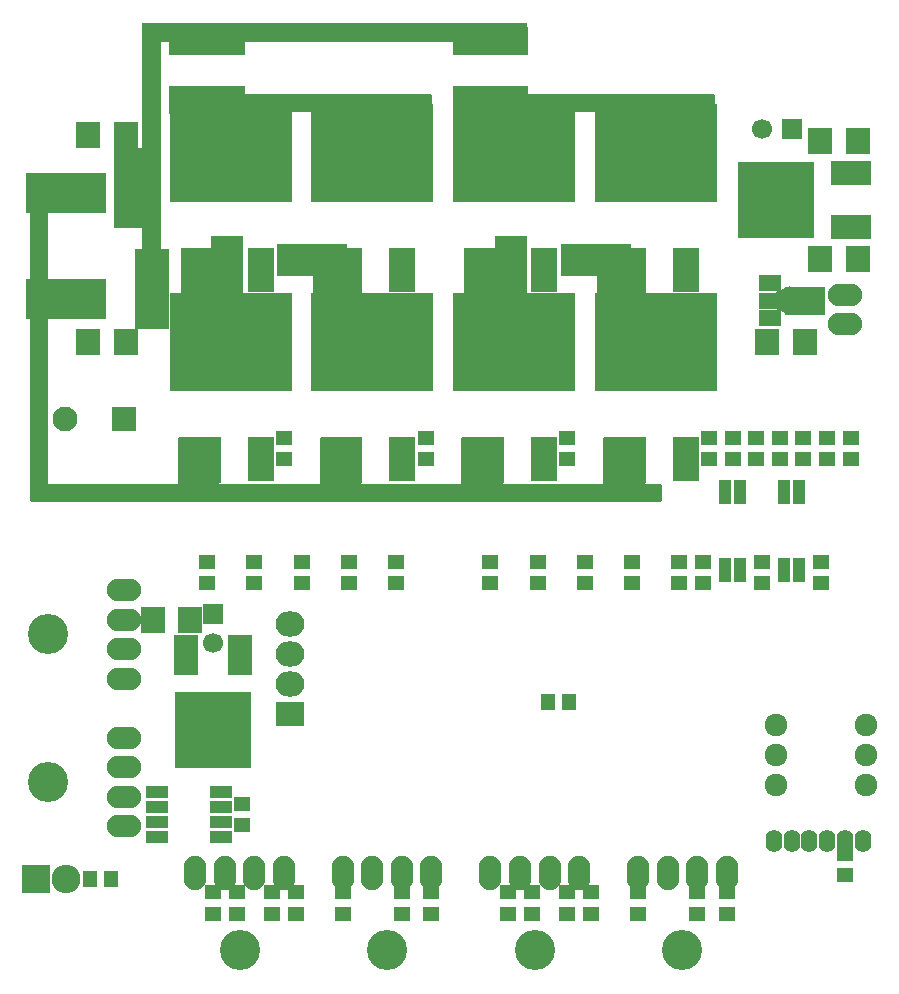
<source format=gbr>
G04 #@! TF.FileFunction,Soldermask,Bot*
%FSLAX46Y46*%
G04 Gerber Fmt 4.6, Leading zero omitted, Abs format (unit mm)*
G04 Created by KiCad (PCBNEW 4.0.6) date 05/02/17 10:19:31*
%MOMM*%
%LPD*%
G01*
G04 APERTURE LIST*
%ADD10C,0.100000*%
%ADD11C,1.700000*%
%ADD12R,1.700000X1.700000*%
%ADD13O,1.900000X2.900000*%
%ADD14C,3.400000*%
%ADD15O,2.900000X1.900000*%
%ADD16C,2.100000*%
%ADD17R,2.100000X2.100000*%
%ADD18R,1.950000X1.000000*%
%ADD19R,1.400000X1.200000*%
%ADD20R,3.448000X2.051000*%
%ADD21R,6.496000X6.496000*%
%ADD22R,2.432000X2.432000*%
%ADD23O,2.432000X2.432000*%
%ADD24R,2.000000X2.200000*%
%ADD25R,1.200000X1.400000*%
%ADD26O,1.400000X1.924000*%
%ADD27C,1.924000*%
%ADD28R,3.400000X6.900000*%
%ADD29R,6.851600X3.400000*%
%ADD30R,2.051000X3.448000*%
%ADD31R,1.901140X1.400760*%
%ADD32R,3.399740X2.398980*%
%ADD33R,3.400000X2.400000*%
%ADD34R,2.900000X6.900000*%
%ADD35R,2.200000X3.700000*%
%ADD36R,3.400000X3.900000*%
%ADD37R,10.400000X8.400000*%
%ADD38R,1.050000X2.100000*%
%ADD39R,2.432000X2.127200*%
%ADD40O,2.432000X2.127200*%
%ADD41R,2.800000X5.900000*%
%ADD42R,5.900000X2.800000*%
%ADD43C,0.026000*%
%ADD44C,0.254000*%
G04 APERTURE END LIST*
D10*
D11*
X63000000Y-9000000D03*
D12*
X65500000Y-9000000D03*
D13*
X52500000Y-72000000D03*
X55000000Y-72000000D03*
X57500000Y-72000000D03*
X60000000Y-72000000D03*
D14*
X56250000Y-78500000D03*
D13*
X15000000Y-72000000D03*
X17500000Y-72000000D03*
X20000000Y-72000000D03*
X22500000Y-72000000D03*
D14*
X18750000Y-78500000D03*
D15*
X9000000Y-60500000D03*
X9000000Y-63000000D03*
X9000000Y-65500000D03*
X9000000Y-68000000D03*
D14*
X2500000Y-64250000D03*
D16*
X4000000Y-33500000D03*
D17*
X9000000Y-33500000D03*
D18*
X17200000Y-65095000D03*
X17200000Y-66365000D03*
X17200000Y-67635000D03*
X17200000Y-68905000D03*
X11800000Y-68905000D03*
X11800000Y-67635000D03*
X11800000Y-66365000D03*
X11800000Y-65095000D03*
D19*
X20000000Y-47400000D03*
X20000000Y-45600000D03*
D20*
X70500000Y-12714000D03*
D21*
X64150000Y-15000000D03*
D20*
X70500000Y-17286000D03*
D11*
X16500000Y-52500000D03*
D12*
X16500000Y-50000000D03*
D22*
X1500000Y-72500000D03*
D23*
X4040000Y-72500000D03*
D24*
X71100000Y-10000000D03*
X67900000Y-10000000D03*
X71100000Y-20000000D03*
X67900000Y-20000000D03*
D19*
X28000000Y-45600000D03*
X28000000Y-47400000D03*
X52000000Y-45600000D03*
X52000000Y-47400000D03*
X40000000Y-45600000D03*
X40000000Y-47400000D03*
X70000000Y-70350000D03*
X70000000Y-72150000D03*
D25*
X46650000Y-57500000D03*
X44850000Y-57500000D03*
D19*
X32000000Y-47400000D03*
X32000000Y-45600000D03*
X56000000Y-47400000D03*
X56000000Y-45600000D03*
X44000000Y-47400000D03*
X44000000Y-45600000D03*
D25*
X7900000Y-72500000D03*
X6100000Y-72500000D03*
D19*
X34500000Y-35100000D03*
X34500000Y-36900000D03*
X22500000Y-35100000D03*
X22500000Y-36900000D03*
X58500000Y-35100000D03*
X58500000Y-36900000D03*
X46500000Y-35100000D03*
X46500000Y-36900000D03*
X19000000Y-66100000D03*
X19000000Y-67900000D03*
X48000000Y-45600000D03*
X48000000Y-47400000D03*
X32500000Y-75400000D03*
X32500000Y-73600000D03*
X35000000Y-75400000D03*
X35000000Y-73600000D03*
X57500000Y-75400000D03*
X57500000Y-73600000D03*
X60000000Y-75400000D03*
X60000000Y-73600000D03*
X16000000Y-45600000D03*
X16000000Y-47400000D03*
X24000000Y-45600000D03*
X24000000Y-47400000D03*
D26*
X71500000Y-69250000D03*
X70000000Y-69250000D03*
X68500000Y-69250000D03*
X67000000Y-69250000D03*
X65500000Y-69250000D03*
X64000000Y-69250000D03*
D27*
X71810000Y-64540000D03*
X71810000Y-62000000D03*
X71810000Y-59460000D03*
X64190000Y-59460000D03*
X64190000Y-62000000D03*
X64190000Y-64540000D03*
D15*
X9000000Y-48000000D03*
X9000000Y-50500000D03*
X9000000Y-53000000D03*
X9000000Y-55500000D03*
D14*
X2500000Y-51750000D03*
D28*
X9800000Y-14000000D03*
D29*
X4100000Y-14400000D03*
D30*
X14214000Y-53500000D03*
D21*
X16500000Y-59850000D03*
D30*
X18786000Y-53500000D03*
D13*
X27500000Y-72000000D03*
X30000000Y-72000000D03*
X32500000Y-72000000D03*
X35000000Y-72000000D03*
D14*
X31250000Y-78500000D03*
D24*
X11400000Y-50500000D03*
X14600000Y-50500000D03*
D19*
X63000000Y-45600000D03*
X63000000Y-47400000D03*
D24*
X66600000Y-27000000D03*
X63400000Y-27000000D03*
D13*
X40000000Y-72000000D03*
X42500000Y-72000000D03*
X45000000Y-72000000D03*
X47500000Y-72000000D03*
D14*
X43750000Y-78500000D03*
D19*
X60500000Y-35100000D03*
X60500000Y-36900000D03*
X64500000Y-36900000D03*
X64500000Y-35100000D03*
D31*
X63648340Y-25001140D03*
X63648340Y-23500000D03*
X63648340Y-21998860D03*
D32*
X66599820Y-23500000D03*
D10*
G36*
X64176050Y-22799620D02*
X65325350Y-22299240D01*
X65325350Y-24700760D01*
X64176050Y-24200380D01*
X64176050Y-22799620D01*
X64176050Y-22799620D01*
G37*
D19*
X18500000Y-73600000D03*
X18500000Y-75400000D03*
X23500000Y-73600000D03*
X23500000Y-75400000D03*
X43500000Y-73600000D03*
X43500000Y-75400000D03*
X48500000Y-73600000D03*
X48500000Y-75400000D03*
X27500000Y-73600000D03*
X27500000Y-75400000D03*
X52500000Y-73600000D03*
X52500000Y-75400000D03*
X16500000Y-75400000D03*
X16500000Y-73600000D03*
X21500000Y-75400000D03*
X21500000Y-73600000D03*
X41500000Y-75400000D03*
X41500000Y-73600000D03*
X46500000Y-75400000D03*
X46500000Y-73600000D03*
D33*
X38500000Y-1500000D03*
X38500000Y-6500000D03*
X14500000Y-1500000D03*
X14500000Y-6500000D03*
X41500000Y-1500000D03*
X41500000Y-6500000D03*
X17500000Y-1500000D03*
X17500000Y-6500000D03*
D34*
X11300000Y-22500000D03*
D29*
X4100000Y-23400000D03*
D24*
X9100000Y-27000000D03*
X5900000Y-27000000D03*
X9100000Y-9500000D03*
X5900000Y-9500000D03*
D19*
X70500000Y-36900000D03*
X70500000Y-35100000D03*
X68500000Y-36900000D03*
X68500000Y-35100000D03*
X66500000Y-36900000D03*
X66500000Y-35100000D03*
D35*
X32540000Y-20900000D03*
D36*
X27460000Y-21000000D03*
D37*
X30000000Y-11000000D03*
D35*
X44540000Y-20900000D03*
D36*
X39460000Y-21000000D03*
D37*
X42000000Y-11000000D03*
D35*
X56540000Y-20900000D03*
D36*
X51460000Y-21000000D03*
D37*
X54000000Y-11000000D03*
D35*
X20540000Y-36900000D03*
D36*
X15460000Y-37000000D03*
D37*
X18000000Y-27000000D03*
D35*
X32540000Y-36900000D03*
D36*
X27460000Y-37000000D03*
D37*
X30000000Y-27000000D03*
D35*
X44540000Y-36900000D03*
D36*
X39460000Y-37000000D03*
D37*
X42000000Y-27000000D03*
D35*
X56540000Y-36900000D03*
D36*
X51460000Y-37000000D03*
D37*
X54000000Y-27000000D03*
D19*
X58000000Y-47400000D03*
X58000000Y-45600000D03*
X68000000Y-47400000D03*
X68000000Y-45600000D03*
X62500000Y-35100000D03*
X62500000Y-36900000D03*
D38*
X64865000Y-39700000D03*
X66135000Y-39700000D03*
X66135000Y-46300000D03*
X64865000Y-46300000D03*
X61135000Y-46300000D03*
X59865000Y-46300000D03*
X59865000Y-39700000D03*
X61135000Y-39700000D03*
D39*
X23000000Y-58500000D03*
D40*
X23000000Y-55960000D03*
X23000000Y-53420000D03*
X23000000Y-50880000D03*
D35*
X20540000Y-20900000D03*
D36*
X15460000Y-21000000D03*
D37*
X18000000Y-11000000D03*
D41*
X41700000Y-21000000D03*
D42*
X48900000Y-20100000D03*
D41*
X17700000Y-21000000D03*
D42*
X24900000Y-20100000D03*
D15*
X70000000Y-25500000D03*
X70000000Y-23000000D03*
D43*
G36*
X42987000Y-1487000D02*
X12000000Y-1487000D01*
X11994942Y-1488024D01*
X11990681Y-1490935D01*
X11987889Y-1495275D01*
X11987000Y-1500000D01*
X11987000Y-20987000D01*
X10513000Y-20987000D01*
X10513000Y-13000D01*
X42987000Y-13000D01*
X42987000Y-1487000D01*
X42987000Y-1487000D01*
G37*
X42987000Y-1487000D02*
X12000000Y-1487000D01*
X11994942Y-1488024D01*
X11990681Y-1490935D01*
X11987889Y-1495275D01*
X11987000Y-1500000D01*
X11987000Y-20987000D01*
X10513000Y-20987000D01*
X10513000Y-13000D01*
X42987000Y-13000D01*
X42987000Y-1487000D01*
D44*
G36*
X2373000Y-39000000D02*
X2383006Y-39049410D01*
X2411447Y-39091035D01*
X2453841Y-39118315D01*
X2500000Y-39127000D01*
X13500000Y-39127000D01*
X13549410Y-39116994D01*
X13591035Y-39088553D01*
X13618315Y-39046159D01*
X13627000Y-39000000D01*
X13627000Y-35127000D01*
X16873000Y-35127000D01*
X16873000Y-39000000D01*
X16883006Y-39049410D01*
X16911447Y-39091035D01*
X16953841Y-39118315D01*
X17000000Y-39127000D01*
X25500000Y-39127000D01*
X25549410Y-39116994D01*
X25591035Y-39088553D01*
X25618315Y-39046159D01*
X25627000Y-39000000D01*
X25627000Y-35127000D01*
X28873000Y-35127000D01*
X28873000Y-39000000D01*
X28883006Y-39049410D01*
X28911447Y-39091035D01*
X28953841Y-39118315D01*
X29000000Y-39127000D01*
X37500000Y-39127000D01*
X37549410Y-39116994D01*
X37591035Y-39088553D01*
X37618315Y-39046159D01*
X37627000Y-39000000D01*
X37627000Y-35127000D01*
X40873000Y-35127000D01*
X40873000Y-39000000D01*
X40883006Y-39049410D01*
X40911447Y-39091035D01*
X40953841Y-39118315D01*
X41000000Y-39127000D01*
X49500000Y-39127000D01*
X49549410Y-39116994D01*
X49591035Y-39088553D01*
X49618315Y-39046159D01*
X49627000Y-39000000D01*
X49627000Y-35127000D01*
X52873000Y-35127000D01*
X52873000Y-39000000D01*
X52883006Y-39049410D01*
X52911447Y-39091035D01*
X52953841Y-39118315D01*
X53000000Y-39127000D01*
X54373000Y-39127000D01*
X54373000Y-40373000D01*
X1127000Y-40373000D01*
X1127000Y-14627000D01*
X2373000Y-14627000D01*
X2373000Y-39000000D01*
X2373000Y-39000000D01*
G37*
X2373000Y-39000000D02*
X2383006Y-39049410D01*
X2411447Y-39091035D01*
X2453841Y-39118315D01*
X2500000Y-39127000D01*
X13500000Y-39127000D01*
X13549410Y-39116994D01*
X13591035Y-39088553D01*
X13618315Y-39046159D01*
X13627000Y-39000000D01*
X13627000Y-35127000D01*
X16873000Y-35127000D01*
X16873000Y-39000000D01*
X16883006Y-39049410D01*
X16911447Y-39091035D01*
X16953841Y-39118315D01*
X17000000Y-39127000D01*
X25500000Y-39127000D01*
X25549410Y-39116994D01*
X25591035Y-39088553D01*
X25618315Y-39046159D01*
X25627000Y-39000000D01*
X25627000Y-35127000D01*
X28873000Y-35127000D01*
X28873000Y-39000000D01*
X28883006Y-39049410D01*
X28911447Y-39091035D01*
X28953841Y-39118315D01*
X29000000Y-39127000D01*
X37500000Y-39127000D01*
X37549410Y-39116994D01*
X37591035Y-39088553D01*
X37618315Y-39046159D01*
X37627000Y-39000000D01*
X37627000Y-35127000D01*
X40873000Y-35127000D01*
X40873000Y-39000000D01*
X40883006Y-39049410D01*
X40911447Y-39091035D01*
X40953841Y-39118315D01*
X41000000Y-39127000D01*
X49500000Y-39127000D01*
X49549410Y-39116994D01*
X49591035Y-39088553D01*
X49618315Y-39046159D01*
X49627000Y-39000000D01*
X49627000Y-35127000D01*
X52873000Y-35127000D01*
X52873000Y-39000000D01*
X52883006Y-39049410D01*
X52911447Y-39091035D01*
X52953841Y-39118315D01*
X53000000Y-39127000D01*
X54373000Y-39127000D01*
X54373000Y-40373000D01*
X1127000Y-40373000D01*
X1127000Y-14627000D01*
X2373000Y-14627000D01*
X2373000Y-39000000D01*
D43*
G36*
X16987000Y-22987000D02*
X14013000Y-22987000D01*
X14013000Y-21513000D01*
X16987000Y-21513000D01*
X16987000Y-22987000D01*
X16987000Y-22987000D01*
G37*
X16987000Y-22987000D02*
X14013000Y-22987000D01*
X14013000Y-21513000D01*
X16987000Y-21513000D01*
X16987000Y-22987000D01*
G36*
X28987000Y-22987000D02*
X25013000Y-22987000D01*
X25013000Y-21013000D01*
X28987000Y-21013000D01*
X28987000Y-22987000D01*
X28987000Y-22987000D01*
G37*
X28987000Y-22987000D02*
X25013000Y-22987000D01*
X25013000Y-21013000D01*
X28987000Y-21013000D01*
X28987000Y-22987000D01*
G36*
X40987000Y-22987000D02*
X38013000Y-22987000D01*
X38013000Y-21513000D01*
X40987000Y-21513000D01*
X40987000Y-22987000D01*
X40987000Y-22987000D01*
G37*
X40987000Y-22987000D02*
X38013000Y-22987000D01*
X38013000Y-21513000D01*
X40987000Y-21513000D01*
X40987000Y-22987000D01*
G36*
X52987000Y-22987000D02*
X49013000Y-22987000D01*
X49013000Y-21013000D01*
X52987000Y-21013000D01*
X52987000Y-22987000D01*
X52987000Y-22987000D01*
G37*
X52987000Y-22987000D02*
X49013000Y-22987000D01*
X49013000Y-21013000D01*
X52987000Y-21013000D01*
X52987000Y-22987000D01*
D44*
G36*
X34873000Y-7373000D02*
X19127000Y-7373000D01*
X19127000Y-6127000D01*
X34873000Y-6127000D01*
X34873000Y-7373000D01*
X34873000Y-7373000D01*
G37*
X34873000Y-7373000D02*
X19127000Y-7373000D01*
X19127000Y-6127000D01*
X34873000Y-6127000D01*
X34873000Y-7373000D01*
G36*
X58873000Y-7373000D02*
X43127000Y-7373000D01*
X43127000Y-6127000D01*
X58873000Y-6127000D01*
X58873000Y-7373000D01*
X58873000Y-7373000D01*
G37*
X58873000Y-7373000D02*
X43127000Y-7373000D01*
X43127000Y-6127000D01*
X58873000Y-6127000D01*
X58873000Y-7373000D01*
M02*

</source>
